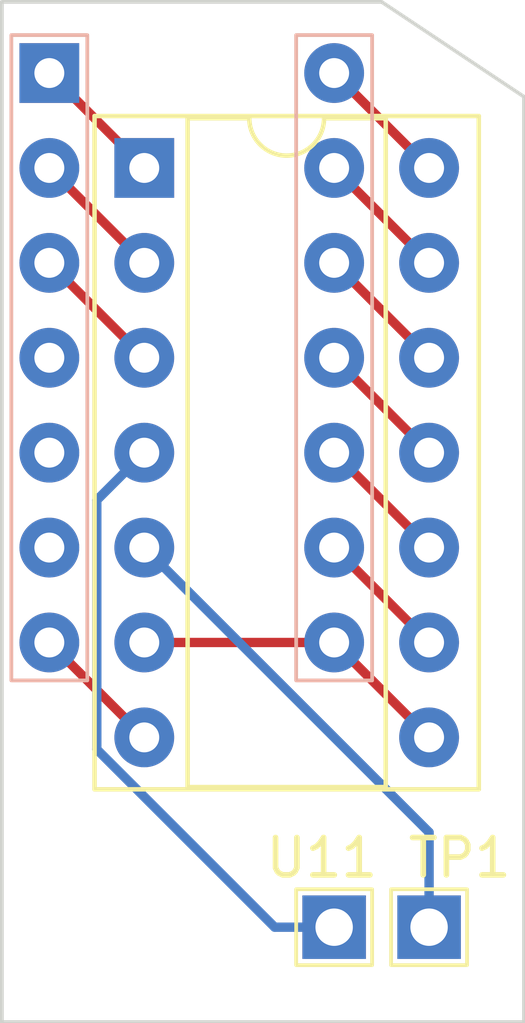
<source format=kicad_pcb>
(kicad_pcb (version 20221018) (generator pcbnew)
  (layers (0 "F.Cu" signal) (31 "B.Cu" signal) (34 "B.Paste" user) (35 "F.Paste" user) (36 "B.SilkS" user "B.Silkscreen") (37 "F.SilkS" user "F.Silkscreen") (38 "B.Mask" user) (39 "F.Mask" user) (44 "Edge.Cuts" user))
  (net 0 "")
  (net 1 "Net-(J1-Pin_1)")
  (net 2 "Net-(J1-Pin_2)")
  (net 3 "Net-(SOCKET_74LS1-Pad1)")
  (net 4 "Net-(SOCKET_74LS1-Pad2)")
  (net 5 "Net-(SOCKET_74LS1-Pad3)")
  (net 6 "Net-(SOCKET_74LS1-Pad6)")
  (net 7 "GND")
  (net 8 "Net-(SOCKET_74LS1-Pad9)")
  (net 9 "Net-(SOCKET_74LS1-Pad10)")
  (net 10 "Net-(SOCKET_74LS1-Pad11)")
  (net 11 "Net-(SOCKET_74LS1-Pad12)")
  (net 12 "Net-(SOCKET_74LS1-Pad13)")
  (net 13 "VCC")
  (footprint "Connector_PinHeader_2.54mm:PinHeader_1x02_P2.54mm_Vertical" (layer "F.Cu") (at 160.02 109.22 90)
    (fp_text reference "J1" hide)
    (fp_text value "Conn_01x02_Pin" hide)
    (fp_rect (start -1.016 -1.016) (end 1.016 1.016) (stroke (width 0.1)) (fill none) (layer "F.SilkS"))
    (fp_rect (start -1.016 1.524) (end 1.016 3.556) (stroke (width 0.1)) (fill none) (layer "F.SilkS"))
    (pad "1" thru_hole rect (at 0 0 90) (size 1.7 1.7) (drill 1) (layers "*.Cu" "*.Mask") (net 1 "Net-(J1-Pin_1)"))
    (pad "2" thru_hole rect (at 0 2.54 90) (size 1.7 1.7) (drill 1) (layers "*.Cu" "*.Mask") (net 2 "Net-(J1-Pin_2)"))
  )
  (footprint "Package_DIP:DIP-14_W7.62mm_Socket" (layer "F.Cu") (at 154.94 88.9)
    (fp_text reference "SOCKET_74LS1" hide)
    (fp_text value "74LS02" hide)
    (fp_line (start -1.33 -1.39) (end -1.33 16.63) (stroke (width 0.12)) (layer "F.SilkS"))
    (fp_line (start -1.33 16.63) (end 8.95 16.63) (stroke (width 0.12)) (layer "F.SilkS"))
    (fp_line (start 1.16 -1.33) (end 1.16 16.57) (stroke (width 0.12)) (layer "F.SilkS"))
    (fp_line (start 1.16 16.57) (end 6.46 16.57) (stroke (width 0.12)) (layer "F.SilkS"))
    (fp_line (start 2.81 -1.33) (end 1.16 -1.33) (stroke (width 0.12)) (layer "F.SilkS"))
    (fp_line (start 6.46 -1.33) (end 4.81 -1.33) (stroke (width 0.12)) (layer "F.SilkS"))
    (fp_line (start 6.46 16.57) (end 6.46 -1.33) (stroke (width 0.12)) (layer "F.SilkS"))
    (fp_line (start 8.95 -1.39) (end -1.33 -1.39) (stroke (width 0.12)) (layer "F.SilkS"))
    (fp_line (start 8.95 16.63) (end 8.95 -1.39) (stroke (width 0.12)) (layer "F.SilkS"))
    (fp_arc (start 4.81 -1.33) (mid 3.81 -0.33) (end 2.81 -1.33) (stroke (width 0.12)) (layer "F.SilkS"))
    (pad "1" thru_hole rect (at 0 0) (size 1.6 1.6) (drill 0.8) (layers "*.Cu" "*.Mask") (net 3 "Net-(SOCKET_74LS1-Pad1)"))
    (pad "2" thru_hole oval (at 0 2.54) (size 1.6 1.6) (drill 0.8) (layers "*.Cu" "*.Mask") (net 4 "Net-(SOCKET_74LS1-Pad2)"))
    (pad "3" thru_hole oval (at 0 5.08) (size 1.6 1.6) (drill 0.8) (layers "*.Cu" "*.Mask") (net 5 "Net-(SOCKET_74LS1-Pad3)"))
    (pad "4" thru_hole oval (at 0 7.62) (size 1.6 1.6) (drill 0.8) (layers "*.Cu" "*.Mask") (net 1 "Net-(J1-Pin_1)"))
    (pad "5" thru_hole oval (at 0 10.16) (size 1.6 1.6) (drill 0.8) (layers "*.Cu" "*.Mask") (net 2 "Net-(J1-Pin_2)"))
    (pad "6" thru_hole oval (at 0 12.7) (size 1.6 1.6) (drill 0.8) (layers "*.Cu" "*.Mask") (net 6 "Net-(SOCKET_74LS1-Pad6)"))
    (pad "7" thru_hole oval (at 0 15.24) (size 1.6 1.6) (drill 0.8) (layers "*.Cu" "*.Mask") (net 7 "GND"))
    (pad "8" thru_hole oval (at 7.62 15.24) (size 1.6 1.6) (drill 0.8) (layers "*.Cu" "*.Mask") (net 6 "Net-(SOCKET_74LS1-Pad6)"))
    (pad "9" thru_hole oval (at 7.62 12.7) (size 1.6 1.6) (drill 0.8) (layers "*.Cu" "*.Mask") (net 8 "Net-(SOCKET_74LS1-Pad9)"))
    (pad "10" thru_hole oval (at 7.62 10.16) (size 1.6 1.6) (drill 0.8) (layers "*.Cu" "*.Mask") (net 9 "Net-(SOCKET_74LS1-Pad10)"))
    (pad "11" thru_hole oval (at 7.62 7.62) (size 1.6 1.6) (drill 0.8) (layers "*.Cu" "*.Mask") (net 10 "Net-(SOCKET_74LS1-Pad11)"))
    (pad "12" thru_hole oval (at 7.62 5.08) (size 1.6 1.6) (drill 0.8) (layers "*.Cu" "*.Mask") (net 11 "Net-(SOCKET_74LS1-Pad12)"))
    (pad "13" thru_hole oval (at 7.62 2.54) (size 1.6 1.6) (drill 0.8) (layers "*.Cu" "*.Mask") (net 12 "Net-(SOCKET_74LS1-Pad13)"))
    (pad "14" thru_hole oval (at 7.62 0) (size 1.6 1.6) (drill 0.8) (layers "*.Cu" "*.Mask") (net 13 "VCC"))
  )
  (footprint "Package_DIP:DIP-14_W7.62mm" (layer "F.Cu") (at 152.4 86.36)
    (fp_text reference "U29" hide)
    (fp_text value "74LS02" hide)
    (fp_rect (start 1.016 -1.016) (end -1.016 16.256) (stroke (width 0.1)) (fill none) (layer "B.SilkS"))
    (fp_rect (start 6.604 -1.016) (end 8.636 16.256) (stroke (width 0.1)) (fill none) (layer "B.SilkS"))
    (pad "1" thru_hole rect (at 0 0) (size 1.6 1.6) (drill 0.8) (layers "*.Cu" "*.Mask") (net 3 "Net-(SOCKET_74LS1-Pad1)"))
    (pad "2" thru_hole oval (at 0 2.54) (size 1.6 1.6) (drill 0.8) (layers "*.Cu" "*.Mask") (net 4 "Net-(SOCKET_74LS1-Pad2)"))
    (pad "3" thru_hole oval (at 0 5.08) (size 1.6 1.6) (drill 0.8) (layers "*.Cu" "*.Mask") (net 5 "Net-(SOCKET_74LS1-Pad3)"))
    (pad "4" thru_hole oval (at 0 7.62) (size 1.6 1.6) (drill 0.8) (layers "*.Cu" "*.Mask"))
    (pad "5" thru_hole oval (at 0 10.16) (size 1.6 1.6) (drill 0.8) (layers "*.Cu" "*.Mask"))
    (pad "6" thru_hole oval (at 0 12.7) (size 1.6 1.6) (drill 0.8) (layers "*.Cu" "*.Mask"))
    (pad "7" thru_hole oval (at 0 15.24) (size 1.6 1.6) (drill 0.8) (layers "*.Cu" "*.Mask") (net 7 "GND"))
    (pad "8" thru_hole oval (at 7.62 15.24) (size 1.6 1.6) (drill 0.8) (layers "*.Cu" "*.Mask") (net 6 "Net-(SOCKET_74LS1-Pad6)"))
    (pad "9" thru_hole oval (at 7.62 12.7) (size 1.6 1.6) (drill 0.8) (layers "*.Cu" "*.Mask") (net 8 "Net-(SOCKET_74LS1-Pad9)"))
    (pad "10" thru_hole oval (at 7.62 10.16) (size 1.6 1.6) (drill 0.8) (layers "*.Cu" "*.Mask") (net 9 "Net-(SOCKET_74LS1-Pad10)"))
    (pad "11" thru_hole oval (at 7.62 7.62) (size 1.6 1.6) (drill 0.8) (layers "*.Cu" "*.Mask") (net 10 "Net-(SOCKET_74LS1-Pad11)"))
    (pad "12" thru_hole oval (at 7.62 5.08) (size 1.6 1.6) (drill 0.8) (layers "*.Cu" "*.Mask") (net 11 "Net-(SOCKET_74LS1-Pad12)"))
    (pad "13" thru_hole oval (at 7.62 2.54) (size 1.6 1.6) (drill 0.8) (layers "*.Cu" "*.Mask") (net 12 "Net-(SOCKET_74LS1-Pad13)"))
    (pad "14" thru_hole oval (at 7.62 0) (size 1.6 1.6) (drill 0.8) (layers "*.Cu" "*.Mask") (net 13 "VCC"))
  )
  (gr_line (start 165.1 87.63) (end 165.1 86.995) (stroke (width 0.1)) (layer "Edge.Cuts"))
  (gr_line (start 151.13 84.455) (end 151.13 111.76) (stroke (width 0.1)) (layer "Edge.Cuts"))
  (gr_line (start 161.29 84.455) (end 151.13 84.455) (stroke (width 0.1)) (layer "Edge.Cuts"))
  (gr_line (start 165.1 86.995) (end 161.29 84.455) (stroke (width 0.1)) (layer "Edge.Cuts"))
  (gr_line (start 165.1 111.76) (end 165.1 87.63) (stroke (width 0.1)) (layer "Edge.Cuts"))
  (gr_line (start 151.13 111.76) (end 165.1 111.76) (stroke (width 0.1)) (layer "Edge.Cuts"))
  (gr_text "U11" (at 158.115 107.95) (layer "F.SilkS") (effects (font (size 1 1)) (justify left bottom)))
  (gr_text "TP1" (at 161.925 107.95) (layer "F.SilkS") (effects (font (size 1 1)) (justify left bottom)))
  (segment (start 158.429009 109.22) (end 160.02 109.22) (width 0.25) (layer "B.Cu") (net 1))
  (segment (start 153.67 97.79) (end 153.67 104.460991) (width 0.25) (layer "B.Cu") (net 1))
  (segment (start 154.94 96.52) (end 153.67 97.79) (width 0.25) (layer "B.Cu") (net 1))
  (segment (start 153.67 104.460991) (end 158.429009 109.22) (width 0.25) (layer "B.Cu") (net 1))
  (segment (start 162.56 109.22) (end 162.56 106.68) (width 0.25) (layer "B.Cu") (net 2))
  (segment (start 162.56 106.68) (end 154.94 99.06) (width 0.25) (layer "B.Cu") (net 2))
  (segment (start 154.94 88.9) (end 152.4 86.36) (width 0.25) (layer "F.Cu") (net 3))
  (segment (start 152.4 88.9) (end 154.94 91.44) (width 0.25) (layer "F.Cu") (net 4))
  (segment (start 152.4 91.44) (end 154.94 93.98) (width 0.25) (layer "F.Cu") (net 5))
  (segment (start 160.02 101.6) (end 162.56 104.14) (width 0.25) (layer "F.Cu") (net 6))
  (segment (start 154.94 101.6) (end 160.02 101.6) (width 0.25) (layer "F.Cu") (net 6))
  (segment (start 152.4 101.6) (end 154.94 104.14) (width 0.25) (layer "F.Cu") (net 7))
  (segment (start 160.02 99.06) (end 162.56 101.6) (width 0.25) (layer "F.Cu") (net 8))
  (segment (start 160.02 96.52) (end 162.56 99.06) (width 0.25) (layer "F.Cu") (net 9))
  (segment (start 160.02 93.98) (end 162.56 96.52) (width 0.25) (layer "F.Cu") (net 10))
  (segment (start 160.02 91.44) (end 162.56 93.98) (width 0.25) (layer "F.Cu") (net 11))
  (segment (start 160.02 88.9) (end 162.56 91.44) (width 0.25) (layer "F.Cu") (net 12))
  (segment (start 160.02 86.36) (end 162.56 88.9) (width 0.25) (layer "F.Cu") (net 13))
)
</source>
